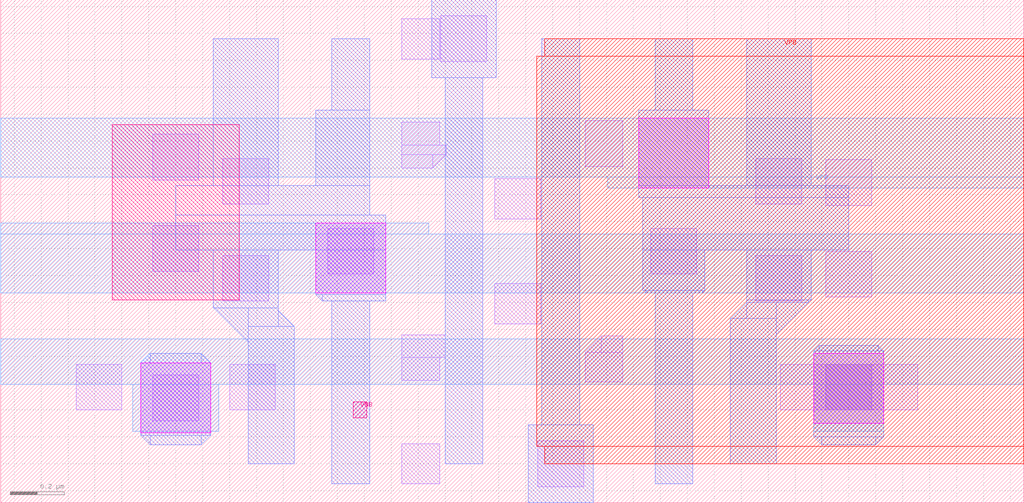
<source format=lef>
# Copyright 2020 The SkyWater PDK Authors
#
# Licensed under the Apache License, Version 2.0 (the "License");
# you may not use this file except in compliance with the License.
# You may obtain a copy of the License at
#
#     https://www.apache.org/licenses/LICENSE-2.0
#
# Unless required by applicable law or agreed to in writing, software
# distributed under the License is distributed on an "AS IS" BASIS,
# WITHOUT WARRANTIES OR CONDITIONS OF ANY KIND, either express or implied.
# See the License for the specific language governing permissions and
# limitations under the License.
#
# SPDX-License-Identifier: Apache-2.0

VERSION 5.7 ;
  NOWIREEXTENSIONATPIN ON ;
  DIVIDERCHAR "/" ;
  BUSBITCHARS "[]" ;
MACRO sky130_fd_bd_sram__openram_cell_6t_replica
  CLASS BLOCK ;
  FOREIGN sky130_fd_bd_sram__openram_cell_6t_replica ;
  ORIGIN  0.650000  0.145000 ;
  SIZE  3.800000 BY  1.870000 ;
  PIN VNB
    PORT
      LAYER pwell ;
        RECT 0.660000 0.170000 0.710000 0.230000 ;
    END
  END VNB
  PIN VPB
    ANTENNADIFFAREA  0.525150 ;
    ANTENNAGATEAREA  0.052500 ;
    PORT
      LAYER met2 ;
        RECT -0.650000 1.065000 3.150000 1.285000 ;
        RECT  1.605000 1.025000 3.150000 1.065000 ;
      LAYER nwell ;
        RECT 1.340000 0.065000 3.150000 1.515000 ;
        RECT 1.370000 0.000000 3.150000 0.065000 ;
        RECT 1.370000 1.515000 3.150000 1.580000 ;
    END
  END VPB
  OBS
    LAYER li1 ;
      POLYGON  0.955000  1.150000  1.005000 1.150000 0.955000 1.100000 ;
      POLYGON  1.580000  0.475000  1.580000 0.415000 1.520000 0.415000 ;
      RECT -0.370000  0.200000 -0.200000 0.370000 ;
      RECT -0.085000  0.160000  0.085000 0.330000 ;
      RECT -0.085000  0.715000  0.085000 0.885000 ;
      RECT -0.085000  1.055000  0.085000 1.225000 ;
      RECT  0.175000  0.605000  0.345000 0.775000 ;
      RECT  0.175000  0.965000  0.345000 1.135000 ;
      RECT  0.200000  0.200000  0.370000 0.370000 ;
      RECT  0.565000  0.705000  0.735000 0.875000 ;
      RECT  0.840000 -0.075000  0.980000 0.075000 ;
      RECT  0.840000  0.310000  0.980000 0.395000 ;
      RECT  0.840000  0.395000  1.000000 0.480000 ;
      RECT  0.840000  1.100000  0.955000 1.150000 ;
      RECT  0.840000  1.150000  1.005000 1.185000 ;
      RECT  0.840000  1.185000  0.980000 1.270000 ;
      RECT  0.840000  1.505000  0.980000 1.655000 ;
      RECT  0.985000  1.495000  1.155000 1.665000 ;
      RECT  1.185000  0.520000  1.355000 0.670000 ;
      RECT  1.185000  0.910000  1.355000 1.060000 ;
      RECT  1.345000 -0.085000  1.515000 0.085000 ;
      RECT  1.520000  0.305000  1.660000 0.415000 ;
      RECT  1.520000  1.105000  1.660000 1.275000 ;
      RECT  1.580000  0.415000  1.660000 0.475000 ;
      RECT  1.765000  0.705000  1.935000 0.875000 ;
      RECT  2.155000  0.605000  2.325000 0.775000 ;
      RECT  2.155000  0.965000  2.325000 1.135000 ;
      RECT  2.245000  0.200000  2.755000 0.370000 ;
      RECT  2.415000  0.620000  2.585000 0.790000 ;
      RECT  2.415000  0.960000  2.585000 1.130000 ;
    LAYER mcon ;
      RECT 2.415000 0.200000 2.585000 0.370000 ;
    LAYER met1 ;
      POLYGON -0.130000  0.105000 -0.095000 0.105000 -0.095000 0.070000 ;
      POLYGON -0.095000  0.410000 -0.095000 0.375000 -0.130000 0.375000 ;
      POLYGON  0.095000  0.105000  0.130000 0.105000  0.095000 0.070000 ;
      POLYGON  0.095000  0.410000  0.130000 0.375000  0.095000 0.375000 ;
      POLYGON  0.140000  0.580000  0.270000 0.580000  0.270000 0.450000 ;
      POLYGON  0.380000  0.570000  0.440000 0.510000  0.380000 0.510000 ;
      POLYGON  0.520000  0.630000  0.545000 0.630000  0.545000 0.605000 ;
      POLYGON  1.735000  0.645000  1.745000 0.645000  1.745000 0.635000 ;
      POLYGON  1.955000  0.645000  1.965000 0.645000  1.955000 0.635000 ;
      POLYGON  2.120000  0.600000  2.120000 0.540000  2.060000 0.540000 ;
      POLYGON  2.230000  0.600000  2.350000 0.600000  2.230000 0.480000 ;
      POLYGON  2.350000  0.610000  2.360000 0.610000  2.350000 0.600000 ;
      POLYGON  2.370000  0.100000  2.400000 0.100000  2.400000 0.070000 ;
      POLYGON  2.390000  0.440000  2.390000 0.420000  2.370000 0.420000 ;
      POLYGON  2.600000  0.100000  2.630000 0.100000  2.600000 0.070000 ;
      POLYGON  2.610000  0.440000  2.630000 0.420000  2.610000 0.420000 ;
      RECT -0.130000  0.105000  0.130000 0.375000 ;
      RECT -0.095000  0.070000  0.095000 0.105000 ;
      RECT -0.095000  0.375000  0.095000 0.410000 ;
      RECT  0.000000  0.795000  0.780000 0.925000 ;
      RECT  0.000000  0.925000  0.720000 1.035000 ;
      RECT  0.140000  0.580000  0.380000 0.795000 ;
      RECT  0.140000  1.035000  0.380000 1.580000 ;
      RECT  0.270000  0.000000  0.440000 0.510000 ;
      RECT  0.270000  0.510000  0.380000 0.580000 ;
      RECT  0.520000  0.630000  0.780000 0.795000 ;
      RECT  0.520000  1.035000  0.720000 1.315000 ;
      RECT  0.545000  0.605000  0.780000 0.630000 ;
      RECT  0.580000 -0.075000  0.720000 0.605000 ;
      RECT  0.580000  1.315000  0.720000 1.580000 ;
      RECT  0.950000  1.435000  1.190000 1.725000 ;
      RECT  1.000000  0.000000  1.140000 1.435000 ;
      RECT  1.310000 -0.145000  1.550000 0.145000 ;
      RECT  1.360000  0.145000  1.500000 1.580000 ;
      RECT  1.720000  0.990000  2.500000 1.035000 ;
      RECT  1.720000  1.035000  1.980000 1.315000 ;
      RECT  1.735000  0.645000  1.965000 0.795000 ;
      RECT  1.735000  0.795000  2.500000 0.990000 ;
      RECT  1.745000  0.635000  1.955000 0.645000 ;
      RECT  1.780000 -0.075000  1.920000 0.635000 ;
      RECT  1.780000  1.315000  1.920000 1.580000 ;
      RECT  2.060000  0.000000  2.230000 0.540000 ;
      RECT  2.120000  0.540000  2.230000 0.600000 ;
      RECT  2.120000  0.600000  2.350000 0.610000 ;
      RECT  2.120000  0.610000  2.360000 0.795000 ;
      RECT  2.120000  1.035000  2.360000 1.580000 ;
      RECT  2.370000  0.100000  2.630000 0.420000 ;
      RECT  2.390000  0.420000  2.610000 0.440000 ;
      RECT  2.400000  0.070000  2.600000 0.100000 ;
    LAYER met2 ;
      RECT -0.650000 0.295000 3.150000 0.465000 ;
      RECT -0.650000 0.635000 3.150000 0.855000 ;
      RECT -0.650000 0.855000 0.940000 0.895000 ;
      RECT -0.160000 0.120000 0.160000 0.295000 ;
      RECT -0.130000 0.115000 0.130000 0.120000 ;
      RECT  2.370000 0.120000 2.630000 0.295000 ;
    LAYER pwell ;
      RECT -0.235000 0.610000 0.235000 1.260000 ;
    LAYER via ;
      RECT -0.130000 0.115000 0.130000 0.375000 ;
      RECT  0.520000 0.635000 0.780000 0.895000 ;
      RECT  1.720000 1.025000 1.980000 1.285000 ;
      RECT  2.370000 0.150000 2.630000 0.410000 ;
  END
END sky130_fd_bd_sram__openram_cell_6t_replica
END LIBRARY

</source>
